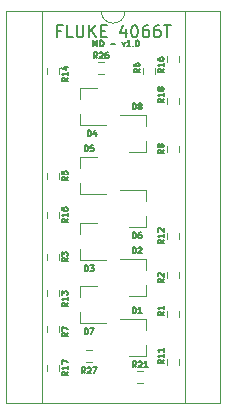
<source format=gto>
G04 #@! TF.GenerationSoftware,KiCad,Pcbnew,5.1.12-84ad8e8a86~92~ubuntu20.04.1*
G04 #@! TF.CreationDate,2022-05-29T14:18:07-04:00*
G04 #@! TF.ProjectId,fluke9010-protection,666c756b-6539-4303-9130-2d70726f7465,rev?*
G04 #@! TF.SameCoordinates,Original*
G04 #@! TF.FileFunction,Legend,Top*
G04 #@! TF.FilePolarity,Positive*
%FSLAX46Y46*%
G04 Gerber Fmt 4.6, Leading zero omitted, Abs format (unit mm)*
G04 Created by KiCad (PCBNEW 5.1.12-84ad8e8a86~92~ubuntu20.04.1) date 2022-05-29 14:18:07*
%MOMM*%
%LPD*%
G01*
G04 APERTURE LIST*
%ADD10C,0.127000*%
%ADD11C,0.150000*%
%ADD12C,0.120000*%
%ADD13R,2.400000X1.600000*%
%ADD14O,2.400000X1.600000*%
%ADD15R,0.900000X0.800000*%
G04 APERTURE END LIST*
D10*
X133458857Y-67031809D02*
X133458857Y-66523809D01*
X133628190Y-66886666D01*
X133797523Y-66523809D01*
X133797523Y-67031809D01*
X134039428Y-67031809D02*
X134039428Y-66523809D01*
X134160380Y-66523809D01*
X134232952Y-66548000D01*
X134281333Y-66596380D01*
X134305523Y-66644761D01*
X134329714Y-66741523D01*
X134329714Y-66814095D01*
X134305523Y-66910857D01*
X134281333Y-66959238D01*
X134232952Y-67007619D01*
X134160380Y-67031809D01*
X134039428Y-67031809D01*
X134934476Y-66838285D02*
X135321523Y-66838285D01*
X135902095Y-66693142D02*
X136023047Y-67031809D01*
X136144000Y-66693142D01*
X136603619Y-67031809D02*
X136313333Y-67031809D01*
X136458476Y-67031809D02*
X136458476Y-66523809D01*
X136410095Y-66596380D01*
X136361714Y-66644761D01*
X136313333Y-66668952D01*
X136821333Y-66983428D02*
X136845523Y-67007619D01*
X136821333Y-67031809D01*
X136797142Y-67007619D01*
X136821333Y-66983428D01*
X136821333Y-67031809D01*
X137160000Y-66523809D02*
X137208380Y-66523809D01*
X137256761Y-66548000D01*
X137280952Y-66572190D01*
X137305142Y-66620571D01*
X137329333Y-66717333D01*
X137329333Y-66838285D01*
X137305142Y-66935047D01*
X137280952Y-66983428D01*
X137256761Y-67007619D01*
X137208380Y-67031809D01*
X137160000Y-67031809D01*
X137111619Y-67007619D01*
X137087428Y-66983428D01*
X137063238Y-66935047D01*
X137039047Y-66838285D01*
X137039047Y-66717333D01*
X137063238Y-66620571D01*
X137087428Y-66572190D01*
X137111619Y-66548000D01*
X137160000Y-66523809D01*
D11*
X130723238Y-65714571D02*
X130389904Y-65714571D01*
X130389904Y-66238380D02*
X130389904Y-65238380D01*
X130866095Y-65238380D01*
X131723238Y-66238380D02*
X131247047Y-66238380D01*
X131247047Y-65238380D01*
X132056571Y-65238380D02*
X132056571Y-66047904D01*
X132104190Y-66143142D01*
X132151809Y-66190761D01*
X132247047Y-66238380D01*
X132437523Y-66238380D01*
X132532761Y-66190761D01*
X132580380Y-66143142D01*
X132628000Y-66047904D01*
X132628000Y-65238380D01*
X133104190Y-66238380D02*
X133104190Y-65238380D01*
X133675619Y-66238380D02*
X133247047Y-65666952D01*
X133675619Y-65238380D02*
X133104190Y-65809809D01*
X134104190Y-65714571D02*
X134437523Y-65714571D01*
X134580380Y-66238380D02*
X134104190Y-66238380D01*
X134104190Y-65238380D01*
X134580380Y-65238380D01*
X136199428Y-65571714D02*
X136199428Y-66238380D01*
X135961333Y-65190761D02*
X135723238Y-65905047D01*
X136342285Y-65905047D01*
X136913714Y-65238380D02*
X137008952Y-65238380D01*
X137104190Y-65286000D01*
X137151809Y-65333619D01*
X137199428Y-65428857D01*
X137247047Y-65619333D01*
X137247047Y-65857428D01*
X137199428Y-66047904D01*
X137151809Y-66143142D01*
X137104190Y-66190761D01*
X137008952Y-66238380D01*
X136913714Y-66238380D01*
X136818476Y-66190761D01*
X136770857Y-66143142D01*
X136723238Y-66047904D01*
X136675619Y-65857428D01*
X136675619Y-65619333D01*
X136723238Y-65428857D01*
X136770857Y-65333619D01*
X136818476Y-65286000D01*
X136913714Y-65238380D01*
X138104190Y-65238380D02*
X137913714Y-65238380D01*
X137818476Y-65286000D01*
X137770857Y-65333619D01*
X137675619Y-65476476D01*
X137628000Y-65666952D01*
X137628000Y-66047904D01*
X137675619Y-66143142D01*
X137723238Y-66190761D01*
X137818476Y-66238380D01*
X138008952Y-66238380D01*
X138104190Y-66190761D01*
X138151809Y-66143142D01*
X138199428Y-66047904D01*
X138199428Y-65809809D01*
X138151809Y-65714571D01*
X138104190Y-65666952D01*
X138008952Y-65619333D01*
X137818476Y-65619333D01*
X137723238Y-65666952D01*
X137675619Y-65714571D01*
X137628000Y-65809809D01*
X139056571Y-65238380D02*
X138866095Y-65238380D01*
X138770857Y-65286000D01*
X138723238Y-65333619D01*
X138628000Y-65476476D01*
X138580380Y-65666952D01*
X138580380Y-66047904D01*
X138628000Y-66143142D01*
X138675619Y-66190761D01*
X138770857Y-66238380D01*
X138961333Y-66238380D01*
X139056571Y-66190761D01*
X139104190Y-66143142D01*
X139151809Y-66047904D01*
X139151809Y-65809809D01*
X139104190Y-65714571D01*
X139056571Y-65666952D01*
X138961333Y-65619333D01*
X138770857Y-65619333D01*
X138675619Y-65666952D01*
X138628000Y-65714571D01*
X138580380Y-65809809D01*
X139437523Y-65238380D02*
X140008952Y-65238380D01*
X139723238Y-66238380D02*
X139723238Y-65238380D01*
D12*
X133874742Y-69356500D02*
X134349258Y-69356500D01*
X133874742Y-68311500D02*
X134349258Y-68311500D01*
X133333258Y-92695500D02*
X132858742Y-92695500D01*
X133333258Y-93740500D02*
X132858742Y-93740500D01*
X137176742Y-95518500D02*
X137651258Y-95518500D01*
X137176742Y-94473500D02*
X137651258Y-94473500D01*
X139685500Y-71390742D02*
X139685500Y-71865258D01*
X140730500Y-71390742D02*
X140730500Y-71865258D01*
X129525500Y-93996742D02*
X129525500Y-94471258D01*
X130570500Y-93996742D02*
X130570500Y-94471258D01*
X140730500Y-68309258D02*
X140730500Y-67834742D01*
X139685500Y-68309258D02*
X139685500Y-67834742D01*
X130570500Y-81517258D02*
X130570500Y-81042742D01*
X129525500Y-81517258D02*
X129525500Y-81042742D01*
X130570500Y-69325258D02*
X130570500Y-68850742D01*
X129525500Y-69325258D02*
X129525500Y-68850742D01*
X130570500Y-88121258D02*
X130570500Y-87646742D01*
X129525500Y-88121258D02*
X129525500Y-87646742D01*
X139685500Y-82820742D02*
X139685500Y-83295258D01*
X140730500Y-82820742D02*
X140730500Y-83295258D01*
X139685500Y-93488742D02*
X139685500Y-93963258D01*
X140730500Y-93488742D02*
X140730500Y-93963258D01*
X140730500Y-75929258D02*
X140730500Y-75454742D01*
X139685500Y-75929258D02*
X139685500Y-75454742D01*
X129525500Y-90694742D02*
X129525500Y-91169258D01*
X130570500Y-90694742D02*
X130570500Y-91169258D01*
X138698500Y-69325258D02*
X138698500Y-68850742D01*
X137653500Y-69325258D02*
X137653500Y-68850742D01*
X129525500Y-77740742D02*
X129525500Y-78215258D01*
X130570500Y-77740742D02*
X130570500Y-78215258D01*
X130570500Y-85073258D02*
X130570500Y-84598742D01*
X129525500Y-85073258D02*
X129525500Y-84598742D01*
X140730500Y-86597258D02*
X140730500Y-86122742D01*
X139685500Y-86597258D02*
X139685500Y-86122742D01*
X139685500Y-89424742D02*
X139685500Y-89899258D01*
X140730500Y-89424742D02*
X140730500Y-89899258D01*
X134136000Y-64052000D02*
X129076000Y-64052000D01*
X129076000Y-64052000D02*
X129076000Y-97192000D01*
X129076000Y-97192000D02*
X141196000Y-97192000D01*
X141196000Y-97192000D02*
X141196000Y-64052000D01*
X141196000Y-64052000D02*
X136136000Y-64052000D01*
X126076000Y-63992000D02*
X126076000Y-97252000D01*
X126076000Y-97252000D02*
X144196000Y-97252000D01*
X144196000Y-97252000D02*
X144196000Y-63992000D01*
X144196000Y-63992000D02*
X126076000Y-63992000D01*
X136136000Y-64052000D02*
G75*
G02*
X134136000Y-64052000I-1000000J0D01*
G01*
X137920000Y-76002000D02*
X136460000Y-76002000D01*
X137920000Y-72842000D02*
X135760000Y-72842000D01*
X137920000Y-72842000D02*
X137920000Y-73772000D01*
X137920000Y-76002000D02*
X137920000Y-75072000D01*
X132336000Y-87320000D02*
X133796000Y-87320000D01*
X132336000Y-90480000D02*
X134496000Y-90480000D01*
X132336000Y-90480000D02*
X132336000Y-89550000D01*
X132336000Y-87320000D02*
X132336000Y-88250000D01*
X137920000Y-82352000D02*
X136460000Y-82352000D01*
X137920000Y-79192000D02*
X135760000Y-79192000D01*
X137920000Y-79192000D02*
X137920000Y-80122000D01*
X137920000Y-82352000D02*
X137920000Y-81422000D01*
X132336000Y-76398000D02*
X133796000Y-76398000D01*
X132336000Y-79558000D02*
X134496000Y-79558000D01*
X132336000Y-79558000D02*
X132336000Y-78628000D01*
X132336000Y-76398000D02*
X132336000Y-77328000D01*
X132336000Y-70556000D02*
X133796000Y-70556000D01*
X132336000Y-73716000D02*
X134496000Y-73716000D01*
X132336000Y-73716000D02*
X132336000Y-72786000D01*
X132336000Y-70556000D02*
X132336000Y-71486000D01*
X132336000Y-81986000D02*
X133796000Y-81986000D01*
X132336000Y-85146000D02*
X134496000Y-85146000D01*
X132336000Y-85146000D02*
X132336000Y-84216000D01*
X132336000Y-81986000D02*
X132336000Y-82916000D01*
X137920000Y-88194000D02*
X136460000Y-88194000D01*
X137920000Y-85034000D02*
X135760000Y-85034000D01*
X137920000Y-85034000D02*
X137920000Y-85964000D01*
X137920000Y-88194000D02*
X137920000Y-87264000D01*
X137920000Y-93274000D02*
X136460000Y-93274000D01*
X137920000Y-90114000D02*
X135760000Y-90114000D01*
X137920000Y-90114000D02*
X137920000Y-91044000D01*
X137920000Y-93274000D02*
X137920000Y-92344000D01*
D10*
X133785428Y-68047809D02*
X133616095Y-67805904D01*
X133495142Y-68047809D02*
X133495142Y-67539809D01*
X133688666Y-67539809D01*
X133737047Y-67564000D01*
X133761238Y-67588190D01*
X133785428Y-67636571D01*
X133785428Y-67709142D01*
X133761238Y-67757523D01*
X133737047Y-67781714D01*
X133688666Y-67805904D01*
X133495142Y-67805904D01*
X133978952Y-67588190D02*
X134003142Y-67564000D01*
X134051523Y-67539809D01*
X134172476Y-67539809D01*
X134220857Y-67564000D01*
X134245047Y-67588190D01*
X134269238Y-67636571D01*
X134269238Y-67684952D01*
X134245047Y-67757523D01*
X133954761Y-68047809D01*
X134269238Y-68047809D01*
X134704666Y-67539809D02*
X134607904Y-67539809D01*
X134559523Y-67564000D01*
X134535333Y-67588190D01*
X134486952Y-67660761D01*
X134462761Y-67757523D01*
X134462761Y-67951047D01*
X134486952Y-67999428D01*
X134511142Y-68023619D01*
X134559523Y-68047809D01*
X134656285Y-68047809D01*
X134704666Y-68023619D01*
X134728857Y-67999428D01*
X134753047Y-67951047D01*
X134753047Y-67830095D01*
X134728857Y-67781714D01*
X134704666Y-67757523D01*
X134656285Y-67733333D01*
X134559523Y-67733333D01*
X134511142Y-67757523D01*
X134486952Y-67781714D01*
X134462761Y-67830095D01*
X132769428Y-94717809D02*
X132600095Y-94475904D01*
X132479142Y-94717809D02*
X132479142Y-94209809D01*
X132672666Y-94209809D01*
X132721047Y-94234000D01*
X132745238Y-94258190D01*
X132769428Y-94306571D01*
X132769428Y-94379142D01*
X132745238Y-94427523D01*
X132721047Y-94451714D01*
X132672666Y-94475904D01*
X132479142Y-94475904D01*
X132962952Y-94258190D02*
X132987142Y-94234000D01*
X133035523Y-94209809D01*
X133156476Y-94209809D01*
X133204857Y-94234000D01*
X133229047Y-94258190D01*
X133253238Y-94306571D01*
X133253238Y-94354952D01*
X133229047Y-94427523D01*
X132938761Y-94717809D01*
X133253238Y-94717809D01*
X133422571Y-94209809D02*
X133761238Y-94209809D01*
X133543523Y-94717809D01*
X137087428Y-94209809D02*
X136918095Y-93967904D01*
X136797142Y-94209809D02*
X136797142Y-93701809D01*
X136990666Y-93701809D01*
X137039047Y-93726000D01*
X137063238Y-93750190D01*
X137087428Y-93798571D01*
X137087428Y-93871142D01*
X137063238Y-93919523D01*
X137039047Y-93943714D01*
X136990666Y-93967904D01*
X136797142Y-93967904D01*
X137280952Y-93750190D02*
X137305142Y-93726000D01*
X137353523Y-93701809D01*
X137474476Y-93701809D01*
X137522857Y-93726000D01*
X137547047Y-93750190D01*
X137571238Y-93798571D01*
X137571238Y-93846952D01*
X137547047Y-93919523D01*
X137256761Y-94209809D01*
X137571238Y-94209809D01*
X138055047Y-94209809D02*
X137764761Y-94209809D01*
X137909904Y-94209809D02*
X137909904Y-93701809D01*
X137861523Y-93774380D01*
X137813142Y-93822761D01*
X137764761Y-93846952D01*
X139421809Y-71446571D02*
X139179904Y-71615904D01*
X139421809Y-71736857D02*
X138913809Y-71736857D01*
X138913809Y-71543333D01*
X138938000Y-71494952D01*
X138962190Y-71470761D01*
X139010571Y-71446571D01*
X139083142Y-71446571D01*
X139131523Y-71470761D01*
X139155714Y-71494952D01*
X139179904Y-71543333D01*
X139179904Y-71736857D01*
X139421809Y-70962761D02*
X139421809Y-71253047D01*
X139421809Y-71107904D02*
X138913809Y-71107904D01*
X138986380Y-71156285D01*
X139034761Y-71204666D01*
X139058952Y-71253047D01*
X139131523Y-70672476D02*
X139107333Y-70720857D01*
X139083142Y-70745047D01*
X139034761Y-70769238D01*
X139010571Y-70769238D01*
X138962190Y-70745047D01*
X138938000Y-70720857D01*
X138913809Y-70672476D01*
X138913809Y-70575714D01*
X138938000Y-70527333D01*
X138962190Y-70503142D01*
X139010571Y-70478952D01*
X139034761Y-70478952D01*
X139083142Y-70503142D01*
X139107333Y-70527333D01*
X139131523Y-70575714D01*
X139131523Y-70672476D01*
X139155714Y-70720857D01*
X139179904Y-70745047D01*
X139228285Y-70769238D01*
X139325047Y-70769238D01*
X139373428Y-70745047D01*
X139397619Y-70720857D01*
X139421809Y-70672476D01*
X139421809Y-70575714D01*
X139397619Y-70527333D01*
X139373428Y-70503142D01*
X139325047Y-70478952D01*
X139228285Y-70478952D01*
X139179904Y-70503142D01*
X139155714Y-70527333D01*
X139131523Y-70575714D01*
X131293809Y-94560571D02*
X131051904Y-94729904D01*
X131293809Y-94850857D02*
X130785809Y-94850857D01*
X130785809Y-94657333D01*
X130810000Y-94608952D01*
X130834190Y-94584761D01*
X130882571Y-94560571D01*
X130955142Y-94560571D01*
X131003523Y-94584761D01*
X131027714Y-94608952D01*
X131051904Y-94657333D01*
X131051904Y-94850857D01*
X131293809Y-94076761D02*
X131293809Y-94367047D01*
X131293809Y-94221904D02*
X130785809Y-94221904D01*
X130858380Y-94270285D01*
X130906761Y-94318666D01*
X130930952Y-94367047D01*
X130785809Y-93907428D02*
X130785809Y-93568761D01*
X131293809Y-93786476D01*
X139421809Y-68906571D02*
X139179904Y-69075904D01*
X139421809Y-69196857D02*
X138913809Y-69196857D01*
X138913809Y-69003333D01*
X138938000Y-68954952D01*
X138962190Y-68930761D01*
X139010571Y-68906571D01*
X139083142Y-68906571D01*
X139131523Y-68930761D01*
X139155714Y-68954952D01*
X139179904Y-69003333D01*
X139179904Y-69196857D01*
X139421809Y-68422761D02*
X139421809Y-68713047D01*
X139421809Y-68567904D02*
X138913809Y-68567904D01*
X138986380Y-68616285D01*
X139034761Y-68664666D01*
X139058952Y-68713047D01*
X138913809Y-67987333D02*
X138913809Y-68084095D01*
X138938000Y-68132476D01*
X138962190Y-68156666D01*
X139034761Y-68205047D01*
X139131523Y-68229238D01*
X139325047Y-68229238D01*
X139373428Y-68205047D01*
X139397619Y-68180857D01*
X139421809Y-68132476D01*
X139421809Y-68035714D01*
X139397619Y-67987333D01*
X139373428Y-67963142D01*
X139325047Y-67938952D01*
X139204095Y-67938952D01*
X139155714Y-67963142D01*
X139131523Y-67987333D01*
X139107333Y-68035714D01*
X139107333Y-68132476D01*
X139131523Y-68180857D01*
X139155714Y-68205047D01*
X139204095Y-68229238D01*
X131293809Y-81606571D02*
X131051904Y-81775904D01*
X131293809Y-81896857D02*
X130785809Y-81896857D01*
X130785809Y-81703333D01*
X130810000Y-81654952D01*
X130834190Y-81630761D01*
X130882571Y-81606571D01*
X130955142Y-81606571D01*
X131003523Y-81630761D01*
X131027714Y-81654952D01*
X131051904Y-81703333D01*
X131051904Y-81896857D01*
X131293809Y-81122761D02*
X131293809Y-81413047D01*
X131293809Y-81267904D02*
X130785809Y-81267904D01*
X130858380Y-81316285D01*
X130906761Y-81364666D01*
X130930952Y-81413047D01*
X130785809Y-80663142D02*
X130785809Y-80905047D01*
X131027714Y-80929238D01*
X131003523Y-80905047D01*
X130979333Y-80856666D01*
X130979333Y-80735714D01*
X131003523Y-80687333D01*
X131027714Y-80663142D01*
X131076095Y-80638952D01*
X131197047Y-80638952D01*
X131245428Y-80663142D01*
X131269619Y-80687333D01*
X131293809Y-80735714D01*
X131293809Y-80856666D01*
X131269619Y-80905047D01*
X131245428Y-80929238D01*
X131293809Y-69668571D02*
X131051904Y-69837904D01*
X131293809Y-69958857D02*
X130785809Y-69958857D01*
X130785809Y-69765333D01*
X130810000Y-69716952D01*
X130834190Y-69692761D01*
X130882571Y-69668571D01*
X130955142Y-69668571D01*
X131003523Y-69692761D01*
X131027714Y-69716952D01*
X131051904Y-69765333D01*
X131051904Y-69958857D01*
X131293809Y-69184761D02*
X131293809Y-69475047D01*
X131293809Y-69329904D02*
X130785809Y-69329904D01*
X130858380Y-69378285D01*
X130906761Y-69426666D01*
X130930952Y-69475047D01*
X130955142Y-68749333D02*
X131293809Y-68749333D01*
X130761619Y-68870285D02*
X131124476Y-68991238D01*
X131124476Y-68676761D01*
X131293809Y-88718571D02*
X131051904Y-88887904D01*
X131293809Y-89008857D02*
X130785809Y-89008857D01*
X130785809Y-88815333D01*
X130810000Y-88766952D01*
X130834190Y-88742761D01*
X130882571Y-88718571D01*
X130955142Y-88718571D01*
X131003523Y-88742761D01*
X131027714Y-88766952D01*
X131051904Y-88815333D01*
X131051904Y-89008857D01*
X131293809Y-88234761D02*
X131293809Y-88525047D01*
X131293809Y-88379904D02*
X130785809Y-88379904D01*
X130858380Y-88428285D01*
X130906761Y-88476666D01*
X130930952Y-88525047D01*
X130785809Y-88065428D02*
X130785809Y-87750952D01*
X130979333Y-87920285D01*
X130979333Y-87847714D01*
X131003523Y-87799333D01*
X131027714Y-87775142D01*
X131076095Y-87750952D01*
X131197047Y-87750952D01*
X131245428Y-87775142D01*
X131269619Y-87799333D01*
X131293809Y-87847714D01*
X131293809Y-87992857D01*
X131269619Y-88041238D01*
X131245428Y-88065428D01*
X139421809Y-83384571D02*
X139179904Y-83553904D01*
X139421809Y-83674857D02*
X138913809Y-83674857D01*
X138913809Y-83481333D01*
X138938000Y-83432952D01*
X138962190Y-83408761D01*
X139010571Y-83384571D01*
X139083142Y-83384571D01*
X139131523Y-83408761D01*
X139155714Y-83432952D01*
X139179904Y-83481333D01*
X139179904Y-83674857D01*
X139421809Y-82900761D02*
X139421809Y-83191047D01*
X139421809Y-83045904D02*
X138913809Y-83045904D01*
X138986380Y-83094285D01*
X139034761Y-83142666D01*
X139058952Y-83191047D01*
X138962190Y-82707238D02*
X138938000Y-82683047D01*
X138913809Y-82634666D01*
X138913809Y-82513714D01*
X138938000Y-82465333D01*
X138962190Y-82441142D01*
X139010571Y-82416952D01*
X139058952Y-82416952D01*
X139131523Y-82441142D01*
X139421809Y-82731428D01*
X139421809Y-82416952D01*
X139421809Y-93544571D02*
X139179904Y-93713904D01*
X139421809Y-93834857D02*
X138913809Y-93834857D01*
X138913809Y-93641333D01*
X138938000Y-93592952D01*
X138962190Y-93568761D01*
X139010571Y-93544571D01*
X139083142Y-93544571D01*
X139131523Y-93568761D01*
X139155714Y-93592952D01*
X139179904Y-93641333D01*
X139179904Y-93834857D01*
X139421809Y-93060761D02*
X139421809Y-93351047D01*
X139421809Y-93205904D02*
X138913809Y-93205904D01*
X138986380Y-93254285D01*
X139034761Y-93302666D01*
X139058952Y-93351047D01*
X139421809Y-92576952D02*
X139421809Y-92867238D01*
X139421809Y-92722095D02*
X138913809Y-92722095D01*
X138986380Y-92770476D01*
X139034761Y-92818857D01*
X139058952Y-92867238D01*
X139421809Y-75776666D02*
X139179904Y-75946000D01*
X139421809Y-76066952D02*
X138913809Y-76066952D01*
X138913809Y-75873428D01*
X138938000Y-75825047D01*
X138962190Y-75800857D01*
X139010571Y-75776666D01*
X139083142Y-75776666D01*
X139131523Y-75800857D01*
X139155714Y-75825047D01*
X139179904Y-75873428D01*
X139179904Y-76066952D01*
X139131523Y-75486380D02*
X139107333Y-75534761D01*
X139083142Y-75558952D01*
X139034761Y-75583142D01*
X139010571Y-75583142D01*
X138962190Y-75558952D01*
X138938000Y-75534761D01*
X138913809Y-75486380D01*
X138913809Y-75389619D01*
X138938000Y-75341238D01*
X138962190Y-75317047D01*
X139010571Y-75292857D01*
X139034761Y-75292857D01*
X139083142Y-75317047D01*
X139107333Y-75341238D01*
X139131523Y-75389619D01*
X139131523Y-75486380D01*
X139155714Y-75534761D01*
X139179904Y-75558952D01*
X139228285Y-75583142D01*
X139325047Y-75583142D01*
X139373428Y-75558952D01*
X139397619Y-75534761D01*
X139421809Y-75486380D01*
X139421809Y-75389619D01*
X139397619Y-75341238D01*
X139373428Y-75317047D01*
X139325047Y-75292857D01*
X139228285Y-75292857D01*
X139179904Y-75317047D01*
X139155714Y-75341238D01*
X139131523Y-75389619D01*
X131293809Y-91270666D02*
X131051904Y-91440000D01*
X131293809Y-91560952D02*
X130785809Y-91560952D01*
X130785809Y-91367428D01*
X130810000Y-91319047D01*
X130834190Y-91294857D01*
X130882571Y-91270666D01*
X130955142Y-91270666D01*
X131003523Y-91294857D01*
X131027714Y-91319047D01*
X131051904Y-91367428D01*
X131051904Y-91560952D01*
X130785809Y-91101333D02*
X130785809Y-90762666D01*
X131293809Y-90980380D01*
X137389809Y-68918666D02*
X137147904Y-69088000D01*
X137389809Y-69208952D02*
X136881809Y-69208952D01*
X136881809Y-69015428D01*
X136906000Y-68967047D01*
X136930190Y-68942857D01*
X136978571Y-68918666D01*
X137051142Y-68918666D01*
X137099523Y-68942857D01*
X137123714Y-68967047D01*
X137147904Y-69015428D01*
X137147904Y-69208952D01*
X136881809Y-68483238D02*
X136881809Y-68580000D01*
X136906000Y-68628380D01*
X136930190Y-68652571D01*
X137002761Y-68700952D01*
X137099523Y-68725142D01*
X137293047Y-68725142D01*
X137341428Y-68700952D01*
X137365619Y-68676761D01*
X137389809Y-68628380D01*
X137389809Y-68531619D01*
X137365619Y-68483238D01*
X137341428Y-68459047D01*
X137293047Y-68434857D01*
X137172095Y-68434857D01*
X137123714Y-68459047D01*
X137099523Y-68483238D01*
X137075333Y-68531619D01*
X137075333Y-68628380D01*
X137099523Y-68676761D01*
X137123714Y-68700952D01*
X137172095Y-68725142D01*
X131293809Y-78062666D02*
X131051904Y-78232000D01*
X131293809Y-78352952D02*
X130785809Y-78352952D01*
X130785809Y-78159428D01*
X130810000Y-78111047D01*
X130834190Y-78086857D01*
X130882571Y-78062666D01*
X130955142Y-78062666D01*
X131003523Y-78086857D01*
X131027714Y-78111047D01*
X131051904Y-78159428D01*
X131051904Y-78352952D01*
X130785809Y-77603047D02*
X130785809Y-77844952D01*
X131027714Y-77869142D01*
X131003523Y-77844952D01*
X130979333Y-77796571D01*
X130979333Y-77675619D01*
X131003523Y-77627238D01*
X131027714Y-77603047D01*
X131076095Y-77578857D01*
X131197047Y-77578857D01*
X131245428Y-77603047D01*
X131269619Y-77627238D01*
X131293809Y-77675619D01*
X131293809Y-77796571D01*
X131269619Y-77844952D01*
X131245428Y-77869142D01*
X131293809Y-84920666D02*
X131051904Y-85090000D01*
X131293809Y-85210952D02*
X130785809Y-85210952D01*
X130785809Y-85017428D01*
X130810000Y-84969047D01*
X130834190Y-84944857D01*
X130882571Y-84920666D01*
X130955142Y-84920666D01*
X131003523Y-84944857D01*
X131027714Y-84969047D01*
X131051904Y-85017428D01*
X131051904Y-85210952D01*
X130785809Y-84751333D02*
X130785809Y-84436857D01*
X130979333Y-84606190D01*
X130979333Y-84533619D01*
X131003523Y-84485238D01*
X131027714Y-84461047D01*
X131076095Y-84436857D01*
X131197047Y-84436857D01*
X131245428Y-84461047D01*
X131269619Y-84485238D01*
X131293809Y-84533619D01*
X131293809Y-84678761D01*
X131269619Y-84727142D01*
X131245428Y-84751333D01*
X139421809Y-86698666D02*
X139179904Y-86868000D01*
X139421809Y-86988952D02*
X138913809Y-86988952D01*
X138913809Y-86795428D01*
X138938000Y-86747047D01*
X138962190Y-86722857D01*
X139010571Y-86698666D01*
X139083142Y-86698666D01*
X139131523Y-86722857D01*
X139155714Y-86747047D01*
X139179904Y-86795428D01*
X139179904Y-86988952D01*
X138962190Y-86505142D02*
X138938000Y-86480952D01*
X138913809Y-86432571D01*
X138913809Y-86311619D01*
X138938000Y-86263238D01*
X138962190Y-86239047D01*
X139010571Y-86214857D01*
X139058952Y-86214857D01*
X139131523Y-86239047D01*
X139421809Y-86529333D01*
X139421809Y-86214857D01*
X139421809Y-89492666D02*
X139179904Y-89662000D01*
X139421809Y-89782952D02*
X138913809Y-89782952D01*
X138913809Y-89589428D01*
X138938000Y-89541047D01*
X138962190Y-89516857D01*
X139010571Y-89492666D01*
X139083142Y-89492666D01*
X139131523Y-89516857D01*
X139155714Y-89541047D01*
X139179904Y-89589428D01*
X139179904Y-89782952D01*
X139421809Y-89008857D02*
X139421809Y-89299142D01*
X139421809Y-89154000D02*
X138913809Y-89154000D01*
X138986380Y-89202380D01*
X139034761Y-89250761D01*
X139058952Y-89299142D01*
X136785047Y-72365809D02*
X136785047Y-71857809D01*
X136906000Y-71857809D01*
X136978571Y-71882000D01*
X137026952Y-71930380D01*
X137051142Y-71978761D01*
X137075333Y-72075523D01*
X137075333Y-72148095D01*
X137051142Y-72244857D01*
X137026952Y-72293238D01*
X136978571Y-72341619D01*
X136906000Y-72365809D01*
X136785047Y-72365809D01*
X137365619Y-72075523D02*
X137317238Y-72051333D01*
X137293047Y-72027142D01*
X137268857Y-71978761D01*
X137268857Y-71954571D01*
X137293047Y-71906190D01*
X137317238Y-71882000D01*
X137365619Y-71857809D01*
X137462380Y-71857809D01*
X137510761Y-71882000D01*
X137534952Y-71906190D01*
X137559142Y-71954571D01*
X137559142Y-71978761D01*
X137534952Y-72027142D01*
X137510761Y-72051333D01*
X137462380Y-72075523D01*
X137365619Y-72075523D01*
X137317238Y-72099714D01*
X137293047Y-72123904D01*
X137268857Y-72172285D01*
X137268857Y-72269047D01*
X137293047Y-72317428D01*
X137317238Y-72341619D01*
X137365619Y-72365809D01*
X137462380Y-72365809D01*
X137510761Y-72341619D01*
X137534952Y-72317428D01*
X137559142Y-72269047D01*
X137559142Y-72172285D01*
X137534952Y-72123904D01*
X137510761Y-72099714D01*
X137462380Y-72075523D01*
X132721047Y-91415809D02*
X132721047Y-90907809D01*
X132842000Y-90907809D01*
X132914571Y-90932000D01*
X132962952Y-90980380D01*
X132987142Y-91028761D01*
X133011333Y-91125523D01*
X133011333Y-91198095D01*
X132987142Y-91294857D01*
X132962952Y-91343238D01*
X132914571Y-91391619D01*
X132842000Y-91415809D01*
X132721047Y-91415809D01*
X133180666Y-90907809D02*
X133519333Y-90907809D01*
X133301619Y-91415809D01*
X136785047Y-83287809D02*
X136785047Y-82779809D01*
X136906000Y-82779809D01*
X136978571Y-82804000D01*
X137026952Y-82852380D01*
X137051142Y-82900761D01*
X137075333Y-82997523D01*
X137075333Y-83070095D01*
X137051142Y-83166857D01*
X137026952Y-83215238D01*
X136978571Y-83263619D01*
X136906000Y-83287809D01*
X136785047Y-83287809D01*
X137510761Y-82779809D02*
X137414000Y-82779809D01*
X137365619Y-82804000D01*
X137341428Y-82828190D01*
X137293047Y-82900761D01*
X137268857Y-82997523D01*
X137268857Y-83191047D01*
X137293047Y-83239428D01*
X137317238Y-83263619D01*
X137365619Y-83287809D01*
X137462380Y-83287809D01*
X137510761Y-83263619D01*
X137534952Y-83239428D01*
X137559142Y-83191047D01*
X137559142Y-83070095D01*
X137534952Y-83021714D01*
X137510761Y-82997523D01*
X137462380Y-82973333D01*
X137365619Y-82973333D01*
X137317238Y-82997523D01*
X137293047Y-83021714D01*
X137268857Y-83070095D01*
X132721047Y-75921809D02*
X132721047Y-75413809D01*
X132842000Y-75413809D01*
X132914571Y-75438000D01*
X132962952Y-75486380D01*
X132987142Y-75534761D01*
X133011333Y-75631523D01*
X133011333Y-75704095D01*
X132987142Y-75800857D01*
X132962952Y-75849238D01*
X132914571Y-75897619D01*
X132842000Y-75921809D01*
X132721047Y-75921809D01*
X133470952Y-75413809D02*
X133229047Y-75413809D01*
X133204857Y-75655714D01*
X133229047Y-75631523D01*
X133277428Y-75607333D01*
X133398380Y-75607333D01*
X133446761Y-75631523D01*
X133470952Y-75655714D01*
X133495142Y-75704095D01*
X133495142Y-75825047D01*
X133470952Y-75873428D01*
X133446761Y-75897619D01*
X133398380Y-75921809D01*
X133277428Y-75921809D01*
X133229047Y-75897619D01*
X133204857Y-75873428D01*
X132975047Y-74651809D02*
X132975047Y-74143809D01*
X133096000Y-74143809D01*
X133168571Y-74168000D01*
X133216952Y-74216380D01*
X133241142Y-74264761D01*
X133265333Y-74361523D01*
X133265333Y-74434095D01*
X133241142Y-74530857D01*
X133216952Y-74579238D01*
X133168571Y-74627619D01*
X133096000Y-74651809D01*
X132975047Y-74651809D01*
X133700761Y-74313142D02*
X133700761Y-74651809D01*
X133579809Y-74119619D02*
X133458857Y-74482476D01*
X133773333Y-74482476D01*
X132721047Y-86081809D02*
X132721047Y-85573809D01*
X132842000Y-85573809D01*
X132914571Y-85598000D01*
X132962952Y-85646380D01*
X132987142Y-85694761D01*
X133011333Y-85791523D01*
X133011333Y-85864095D01*
X132987142Y-85960857D01*
X132962952Y-86009238D01*
X132914571Y-86057619D01*
X132842000Y-86081809D01*
X132721047Y-86081809D01*
X133180666Y-85573809D02*
X133495142Y-85573809D01*
X133325809Y-85767333D01*
X133398380Y-85767333D01*
X133446761Y-85791523D01*
X133470952Y-85815714D01*
X133495142Y-85864095D01*
X133495142Y-85985047D01*
X133470952Y-86033428D01*
X133446761Y-86057619D01*
X133398380Y-86081809D01*
X133253238Y-86081809D01*
X133204857Y-86057619D01*
X133180666Y-86033428D01*
X136785047Y-84557809D02*
X136785047Y-84049809D01*
X136906000Y-84049809D01*
X136978571Y-84074000D01*
X137026952Y-84122380D01*
X137051142Y-84170761D01*
X137075333Y-84267523D01*
X137075333Y-84340095D01*
X137051142Y-84436857D01*
X137026952Y-84485238D01*
X136978571Y-84533619D01*
X136906000Y-84557809D01*
X136785047Y-84557809D01*
X137268857Y-84098190D02*
X137293047Y-84074000D01*
X137341428Y-84049809D01*
X137462380Y-84049809D01*
X137510761Y-84074000D01*
X137534952Y-84098190D01*
X137559142Y-84146571D01*
X137559142Y-84194952D01*
X137534952Y-84267523D01*
X137244666Y-84557809D01*
X137559142Y-84557809D01*
X136785047Y-89637809D02*
X136785047Y-89129809D01*
X136906000Y-89129809D01*
X136978571Y-89154000D01*
X137026952Y-89202380D01*
X137051142Y-89250761D01*
X137075333Y-89347523D01*
X137075333Y-89420095D01*
X137051142Y-89516857D01*
X137026952Y-89565238D01*
X136978571Y-89613619D01*
X136906000Y-89637809D01*
X136785047Y-89637809D01*
X137559142Y-89637809D02*
X137268857Y-89637809D01*
X137414000Y-89637809D02*
X137414000Y-89129809D01*
X137365619Y-89202380D01*
X137317238Y-89250761D01*
X137268857Y-89274952D01*
%LPC*%
G36*
G01*
X134537000Y-69109000D02*
X134537000Y-68559000D01*
G75*
G02*
X134737000Y-68359000I200000J0D01*
G01*
X135137000Y-68359000D01*
G75*
G02*
X135337000Y-68559000I0J-200000D01*
G01*
X135337000Y-69109000D01*
G75*
G02*
X135137000Y-69309000I-200000J0D01*
G01*
X134737000Y-69309000D01*
G75*
G02*
X134537000Y-69109000I0J200000D01*
G01*
G37*
G36*
G01*
X132887000Y-69109000D02*
X132887000Y-68559000D01*
G75*
G02*
X133087000Y-68359000I200000J0D01*
G01*
X133487000Y-68359000D01*
G75*
G02*
X133687000Y-68559000I0J-200000D01*
G01*
X133687000Y-69109000D01*
G75*
G02*
X133487000Y-69309000I-200000J0D01*
G01*
X133087000Y-69309000D01*
G75*
G02*
X132887000Y-69109000I0J200000D01*
G01*
G37*
G36*
G01*
X132671000Y-92943000D02*
X132671000Y-93493000D01*
G75*
G02*
X132471000Y-93693000I-200000J0D01*
G01*
X132071000Y-93693000D01*
G75*
G02*
X131871000Y-93493000I0J200000D01*
G01*
X131871000Y-92943000D01*
G75*
G02*
X132071000Y-92743000I200000J0D01*
G01*
X132471000Y-92743000D01*
G75*
G02*
X132671000Y-92943000I0J-200000D01*
G01*
G37*
G36*
G01*
X134321000Y-92943000D02*
X134321000Y-93493000D01*
G75*
G02*
X134121000Y-93693000I-200000J0D01*
G01*
X133721000Y-93693000D01*
G75*
G02*
X133521000Y-93493000I0J200000D01*
G01*
X133521000Y-92943000D01*
G75*
G02*
X133721000Y-92743000I200000J0D01*
G01*
X134121000Y-92743000D01*
G75*
G02*
X134321000Y-92943000I0J-200000D01*
G01*
G37*
G36*
G01*
X137839000Y-95271000D02*
X137839000Y-94721000D01*
G75*
G02*
X138039000Y-94521000I200000J0D01*
G01*
X138439000Y-94521000D01*
G75*
G02*
X138639000Y-94721000I0J-200000D01*
G01*
X138639000Y-95271000D01*
G75*
G02*
X138439000Y-95471000I-200000J0D01*
G01*
X138039000Y-95471000D01*
G75*
G02*
X137839000Y-95271000I0J200000D01*
G01*
G37*
G36*
G01*
X136189000Y-95271000D02*
X136189000Y-94721000D01*
G75*
G02*
X136389000Y-94521000I200000J0D01*
G01*
X136789000Y-94521000D01*
G75*
G02*
X136989000Y-94721000I0J-200000D01*
G01*
X136989000Y-95271000D01*
G75*
G02*
X136789000Y-95471000I-200000J0D01*
G01*
X136389000Y-95471000D01*
G75*
G02*
X136189000Y-95271000I0J200000D01*
G01*
G37*
G36*
G01*
X139933000Y-72053000D02*
X140483000Y-72053000D01*
G75*
G02*
X140683000Y-72253000I0J-200000D01*
G01*
X140683000Y-72653000D01*
G75*
G02*
X140483000Y-72853000I-200000J0D01*
G01*
X139933000Y-72853000D01*
G75*
G02*
X139733000Y-72653000I0J200000D01*
G01*
X139733000Y-72253000D01*
G75*
G02*
X139933000Y-72053000I200000J0D01*
G01*
G37*
G36*
G01*
X139933000Y-70403000D02*
X140483000Y-70403000D01*
G75*
G02*
X140683000Y-70603000I0J-200000D01*
G01*
X140683000Y-71003000D01*
G75*
G02*
X140483000Y-71203000I-200000J0D01*
G01*
X139933000Y-71203000D01*
G75*
G02*
X139733000Y-71003000I0J200000D01*
G01*
X139733000Y-70603000D01*
G75*
G02*
X139933000Y-70403000I200000J0D01*
G01*
G37*
G36*
G01*
X129773000Y-94659000D02*
X130323000Y-94659000D01*
G75*
G02*
X130523000Y-94859000I0J-200000D01*
G01*
X130523000Y-95259000D01*
G75*
G02*
X130323000Y-95459000I-200000J0D01*
G01*
X129773000Y-95459000D01*
G75*
G02*
X129573000Y-95259000I0J200000D01*
G01*
X129573000Y-94859000D01*
G75*
G02*
X129773000Y-94659000I200000J0D01*
G01*
G37*
G36*
G01*
X129773000Y-93009000D02*
X130323000Y-93009000D01*
G75*
G02*
X130523000Y-93209000I0J-200000D01*
G01*
X130523000Y-93609000D01*
G75*
G02*
X130323000Y-93809000I-200000J0D01*
G01*
X129773000Y-93809000D01*
G75*
G02*
X129573000Y-93609000I0J200000D01*
G01*
X129573000Y-93209000D01*
G75*
G02*
X129773000Y-93009000I200000J0D01*
G01*
G37*
G36*
G01*
X140483000Y-67647000D02*
X139933000Y-67647000D01*
G75*
G02*
X139733000Y-67447000I0J200000D01*
G01*
X139733000Y-67047000D01*
G75*
G02*
X139933000Y-66847000I200000J0D01*
G01*
X140483000Y-66847000D01*
G75*
G02*
X140683000Y-67047000I0J-200000D01*
G01*
X140683000Y-67447000D01*
G75*
G02*
X140483000Y-67647000I-200000J0D01*
G01*
G37*
G36*
G01*
X140483000Y-69297000D02*
X139933000Y-69297000D01*
G75*
G02*
X139733000Y-69097000I0J200000D01*
G01*
X139733000Y-68697000D01*
G75*
G02*
X139933000Y-68497000I200000J0D01*
G01*
X140483000Y-68497000D01*
G75*
G02*
X140683000Y-68697000I0J-200000D01*
G01*
X140683000Y-69097000D01*
G75*
G02*
X140483000Y-69297000I-200000J0D01*
G01*
G37*
G36*
G01*
X130323000Y-80855000D02*
X129773000Y-80855000D01*
G75*
G02*
X129573000Y-80655000I0J200000D01*
G01*
X129573000Y-80255000D01*
G75*
G02*
X129773000Y-80055000I200000J0D01*
G01*
X130323000Y-80055000D01*
G75*
G02*
X130523000Y-80255000I0J-200000D01*
G01*
X130523000Y-80655000D01*
G75*
G02*
X130323000Y-80855000I-200000J0D01*
G01*
G37*
G36*
G01*
X130323000Y-82505000D02*
X129773000Y-82505000D01*
G75*
G02*
X129573000Y-82305000I0J200000D01*
G01*
X129573000Y-81905000D01*
G75*
G02*
X129773000Y-81705000I200000J0D01*
G01*
X130323000Y-81705000D01*
G75*
G02*
X130523000Y-81905000I0J-200000D01*
G01*
X130523000Y-82305000D01*
G75*
G02*
X130323000Y-82505000I-200000J0D01*
G01*
G37*
G36*
G01*
X130323000Y-68663000D02*
X129773000Y-68663000D01*
G75*
G02*
X129573000Y-68463000I0J200000D01*
G01*
X129573000Y-68063000D01*
G75*
G02*
X129773000Y-67863000I200000J0D01*
G01*
X130323000Y-67863000D01*
G75*
G02*
X130523000Y-68063000I0J-200000D01*
G01*
X130523000Y-68463000D01*
G75*
G02*
X130323000Y-68663000I-200000J0D01*
G01*
G37*
G36*
G01*
X130323000Y-70313000D02*
X129773000Y-70313000D01*
G75*
G02*
X129573000Y-70113000I0J200000D01*
G01*
X129573000Y-69713000D01*
G75*
G02*
X129773000Y-69513000I200000J0D01*
G01*
X130323000Y-69513000D01*
G75*
G02*
X130523000Y-69713000I0J-200000D01*
G01*
X130523000Y-70113000D01*
G75*
G02*
X130323000Y-70313000I-200000J0D01*
G01*
G37*
G36*
G01*
X130323000Y-87459000D02*
X129773000Y-87459000D01*
G75*
G02*
X129573000Y-87259000I0J200000D01*
G01*
X129573000Y-86859000D01*
G75*
G02*
X129773000Y-86659000I200000J0D01*
G01*
X130323000Y-86659000D01*
G75*
G02*
X130523000Y-86859000I0J-200000D01*
G01*
X130523000Y-87259000D01*
G75*
G02*
X130323000Y-87459000I-200000J0D01*
G01*
G37*
G36*
G01*
X130323000Y-89109000D02*
X129773000Y-89109000D01*
G75*
G02*
X129573000Y-88909000I0J200000D01*
G01*
X129573000Y-88509000D01*
G75*
G02*
X129773000Y-88309000I200000J0D01*
G01*
X130323000Y-88309000D01*
G75*
G02*
X130523000Y-88509000I0J-200000D01*
G01*
X130523000Y-88909000D01*
G75*
G02*
X130323000Y-89109000I-200000J0D01*
G01*
G37*
G36*
G01*
X139933000Y-83483000D02*
X140483000Y-83483000D01*
G75*
G02*
X140683000Y-83683000I0J-200000D01*
G01*
X140683000Y-84083000D01*
G75*
G02*
X140483000Y-84283000I-200000J0D01*
G01*
X139933000Y-84283000D01*
G75*
G02*
X139733000Y-84083000I0J200000D01*
G01*
X139733000Y-83683000D01*
G75*
G02*
X139933000Y-83483000I200000J0D01*
G01*
G37*
G36*
G01*
X139933000Y-81833000D02*
X140483000Y-81833000D01*
G75*
G02*
X140683000Y-82033000I0J-200000D01*
G01*
X140683000Y-82433000D01*
G75*
G02*
X140483000Y-82633000I-200000J0D01*
G01*
X139933000Y-82633000D01*
G75*
G02*
X139733000Y-82433000I0J200000D01*
G01*
X139733000Y-82033000D01*
G75*
G02*
X139933000Y-81833000I200000J0D01*
G01*
G37*
G36*
G01*
X139933000Y-94151000D02*
X140483000Y-94151000D01*
G75*
G02*
X140683000Y-94351000I0J-200000D01*
G01*
X140683000Y-94751000D01*
G75*
G02*
X140483000Y-94951000I-200000J0D01*
G01*
X139933000Y-94951000D01*
G75*
G02*
X139733000Y-94751000I0J200000D01*
G01*
X139733000Y-94351000D01*
G75*
G02*
X139933000Y-94151000I200000J0D01*
G01*
G37*
G36*
G01*
X139933000Y-92501000D02*
X140483000Y-92501000D01*
G75*
G02*
X140683000Y-92701000I0J-200000D01*
G01*
X140683000Y-93101000D01*
G75*
G02*
X140483000Y-93301000I-200000J0D01*
G01*
X139933000Y-93301000D01*
G75*
G02*
X139733000Y-93101000I0J200000D01*
G01*
X139733000Y-92701000D01*
G75*
G02*
X139933000Y-92501000I200000J0D01*
G01*
G37*
G36*
G01*
X140483000Y-75267000D02*
X139933000Y-75267000D01*
G75*
G02*
X139733000Y-75067000I0J200000D01*
G01*
X139733000Y-74667000D01*
G75*
G02*
X139933000Y-74467000I200000J0D01*
G01*
X140483000Y-74467000D01*
G75*
G02*
X140683000Y-74667000I0J-200000D01*
G01*
X140683000Y-75067000D01*
G75*
G02*
X140483000Y-75267000I-200000J0D01*
G01*
G37*
G36*
G01*
X140483000Y-76917000D02*
X139933000Y-76917000D01*
G75*
G02*
X139733000Y-76717000I0J200000D01*
G01*
X139733000Y-76317000D01*
G75*
G02*
X139933000Y-76117000I200000J0D01*
G01*
X140483000Y-76117000D01*
G75*
G02*
X140683000Y-76317000I0J-200000D01*
G01*
X140683000Y-76717000D01*
G75*
G02*
X140483000Y-76917000I-200000J0D01*
G01*
G37*
G36*
G01*
X129773000Y-91357000D02*
X130323000Y-91357000D01*
G75*
G02*
X130523000Y-91557000I0J-200000D01*
G01*
X130523000Y-91957000D01*
G75*
G02*
X130323000Y-92157000I-200000J0D01*
G01*
X129773000Y-92157000D01*
G75*
G02*
X129573000Y-91957000I0J200000D01*
G01*
X129573000Y-91557000D01*
G75*
G02*
X129773000Y-91357000I200000J0D01*
G01*
G37*
G36*
G01*
X129773000Y-89707000D02*
X130323000Y-89707000D01*
G75*
G02*
X130523000Y-89907000I0J-200000D01*
G01*
X130523000Y-90307000D01*
G75*
G02*
X130323000Y-90507000I-200000J0D01*
G01*
X129773000Y-90507000D01*
G75*
G02*
X129573000Y-90307000I0J200000D01*
G01*
X129573000Y-89907000D01*
G75*
G02*
X129773000Y-89707000I200000J0D01*
G01*
G37*
G36*
G01*
X138451000Y-68663000D02*
X137901000Y-68663000D01*
G75*
G02*
X137701000Y-68463000I0J200000D01*
G01*
X137701000Y-68063000D01*
G75*
G02*
X137901000Y-67863000I200000J0D01*
G01*
X138451000Y-67863000D01*
G75*
G02*
X138651000Y-68063000I0J-200000D01*
G01*
X138651000Y-68463000D01*
G75*
G02*
X138451000Y-68663000I-200000J0D01*
G01*
G37*
G36*
G01*
X138451000Y-70313000D02*
X137901000Y-70313000D01*
G75*
G02*
X137701000Y-70113000I0J200000D01*
G01*
X137701000Y-69713000D01*
G75*
G02*
X137901000Y-69513000I200000J0D01*
G01*
X138451000Y-69513000D01*
G75*
G02*
X138651000Y-69713000I0J-200000D01*
G01*
X138651000Y-70113000D01*
G75*
G02*
X138451000Y-70313000I-200000J0D01*
G01*
G37*
G36*
G01*
X129773000Y-78403000D02*
X130323000Y-78403000D01*
G75*
G02*
X130523000Y-78603000I0J-200000D01*
G01*
X130523000Y-79003000D01*
G75*
G02*
X130323000Y-79203000I-200000J0D01*
G01*
X129773000Y-79203000D01*
G75*
G02*
X129573000Y-79003000I0J200000D01*
G01*
X129573000Y-78603000D01*
G75*
G02*
X129773000Y-78403000I200000J0D01*
G01*
G37*
G36*
G01*
X129773000Y-76753000D02*
X130323000Y-76753000D01*
G75*
G02*
X130523000Y-76953000I0J-200000D01*
G01*
X130523000Y-77353000D01*
G75*
G02*
X130323000Y-77553000I-200000J0D01*
G01*
X129773000Y-77553000D01*
G75*
G02*
X129573000Y-77353000I0J200000D01*
G01*
X129573000Y-76953000D01*
G75*
G02*
X129773000Y-76753000I200000J0D01*
G01*
G37*
G36*
G01*
X130323000Y-84411000D02*
X129773000Y-84411000D01*
G75*
G02*
X129573000Y-84211000I0J200000D01*
G01*
X129573000Y-83811000D01*
G75*
G02*
X129773000Y-83611000I200000J0D01*
G01*
X130323000Y-83611000D01*
G75*
G02*
X130523000Y-83811000I0J-200000D01*
G01*
X130523000Y-84211000D01*
G75*
G02*
X130323000Y-84411000I-200000J0D01*
G01*
G37*
G36*
G01*
X130323000Y-86061000D02*
X129773000Y-86061000D01*
G75*
G02*
X129573000Y-85861000I0J200000D01*
G01*
X129573000Y-85461000D01*
G75*
G02*
X129773000Y-85261000I200000J0D01*
G01*
X130323000Y-85261000D01*
G75*
G02*
X130523000Y-85461000I0J-200000D01*
G01*
X130523000Y-85861000D01*
G75*
G02*
X130323000Y-86061000I-200000J0D01*
G01*
G37*
G36*
G01*
X140483000Y-85935000D02*
X139933000Y-85935000D01*
G75*
G02*
X139733000Y-85735000I0J200000D01*
G01*
X139733000Y-85335000D01*
G75*
G02*
X139933000Y-85135000I200000J0D01*
G01*
X140483000Y-85135000D01*
G75*
G02*
X140683000Y-85335000I0J-200000D01*
G01*
X140683000Y-85735000D01*
G75*
G02*
X140483000Y-85935000I-200000J0D01*
G01*
G37*
G36*
G01*
X140483000Y-87585000D02*
X139933000Y-87585000D01*
G75*
G02*
X139733000Y-87385000I0J200000D01*
G01*
X139733000Y-86985000D01*
G75*
G02*
X139933000Y-86785000I200000J0D01*
G01*
X140483000Y-86785000D01*
G75*
G02*
X140683000Y-86985000I0J-200000D01*
G01*
X140683000Y-87385000D01*
G75*
G02*
X140483000Y-87585000I-200000J0D01*
G01*
G37*
G36*
G01*
X139933000Y-90087000D02*
X140483000Y-90087000D01*
G75*
G02*
X140683000Y-90287000I0J-200000D01*
G01*
X140683000Y-90687000D01*
G75*
G02*
X140483000Y-90887000I-200000J0D01*
G01*
X139933000Y-90887000D01*
G75*
G02*
X139733000Y-90687000I0J200000D01*
G01*
X139733000Y-90287000D01*
G75*
G02*
X139933000Y-90087000I200000J0D01*
G01*
G37*
G36*
G01*
X139933000Y-88437000D02*
X140483000Y-88437000D01*
G75*
G02*
X140683000Y-88637000I0J-200000D01*
G01*
X140683000Y-89037000D01*
G75*
G02*
X140483000Y-89237000I-200000J0D01*
G01*
X139933000Y-89237000D01*
G75*
G02*
X139733000Y-89037000I0J200000D01*
G01*
X139733000Y-88637000D01*
G75*
G02*
X139933000Y-88437000I200000J0D01*
G01*
G37*
D13*
X127516000Y-65382000D03*
D14*
X127516000Y-67922000D03*
X142756000Y-95862000D03*
X127516000Y-70462000D03*
X142756000Y-93322000D03*
X127516000Y-73002000D03*
X142756000Y-90782000D03*
X127516000Y-75542000D03*
X142756000Y-88242000D03*
X127516000Y-78082000D03*
X142756000Y-85702000D03*
X127516000Y-80622000D03*
X142756000Y-83162000D03*
X127516000Y-83162000D03*
X142756000Y-80622000D03*
X127516000Y-85702000D03*
X142756000Y-78082000D03*
X127516000Y-88242000D03*
X142756000Y-75542000D03*
X127516000Y-90782000D03*
X142756000Y-73002000D03*
X127516000Y-93322000D03*
X142756000Y-70462000D03*
X127516000Y-95862000D03*
X142756000Y-67922000D03*
X142756000Y-65382000D03*
D15*
X138160000Y-74422000D03*
X136160000Y-75372000D03*
X136160000Y-73472000D03*
X132096000Y-88900000D03*
X134096000Y-87950000D03*
X134096000Y-89850000D03*
X138160000Y-80772000D03*
X136160000Y-81722000D03*
X136160000Y-79822000D03*
X132096000Y-77978000D03*
X134096000Y-77028000D03*
X134096000Y-78928000D03*
X132096000Y-72136000D03*
X134096000Y-71186000D03*
X134096000Y-73086000D03*
X132096000Y-83566000D03*
X134096000Y-82616000D03*
X134096000Y-84516000D03*
X138160000Y-86614000D03*
X136160000Y-87564000D03*
X136160000Y-85664000D03*
X138160000Y-91694000D03*
X136160000Y-92644000D03*
X136160000Y-90744000D03*
M02*

</source>
